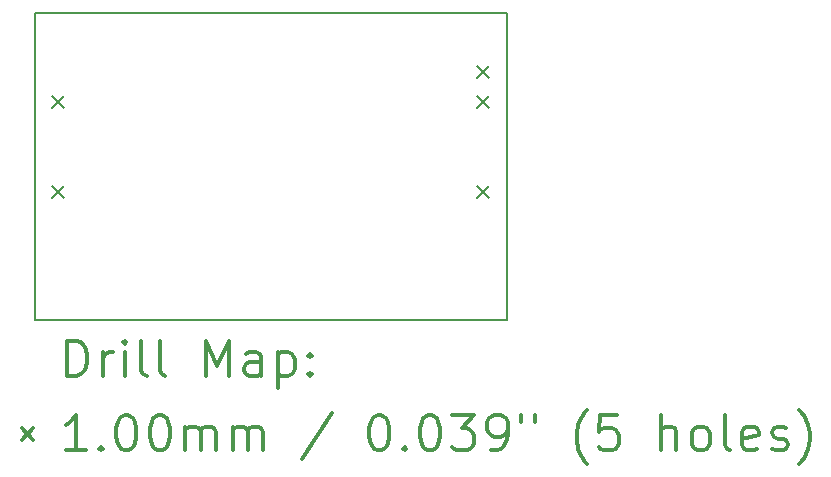
<source format=gbr>
%FSLAX45Y45*%
G04 Gerber Fmt 4.5, Leading zero omitted, Abs format (unit mm)*
G04 Created by KiCad (PCBNEW 5.0.2-bee76a0~70~ubuntu18.04.1) date Ср 05 июн 2019 16:52:32*
%MOMM*%
%LPD*%
G01*
G04 APERTURE LIST*
%ADD10C,0.200000*%
%ADD11C,0.300000*%
G04 APERTURE END LIST*
D10*
X9000000Y-10000000D02*
X5000000Y-10000000D01*
X9000000Y-7400000D02*
X9000000Y-10000000D01*
X5000000Y-7400000D02*
X9000000Y-7400000D01*
X5000000Y-10000000D02*
X5000000Y-7400000D01*
D10*
X5150000Y-8104000D02*
X5250000Y-8204000D01*
X5250000Y-8104000D02*
X5150000Y-8204000D01*
X5150000Y-8866000D02*
X5250000Y-8966000D01*
X5250000Y-8866000D02*
X5150000Y-8966000D01*
X8750000Y-8104000D02*
X8850000Y-8204000D01*
X8850000Y-8104000D02*
X8750000Y-8204000D01*
X8750000Y-8866000D02*
X8850000Y-8966000D01*
X8850000Y-8866000D02*
X8750000Y-8966000D01*
X8750000Y-7850000D02*
X8850000Y-7950000D01*
X8850000Y-7850000D02*
X8750000Y-7950000D01*
D11*
X5276428Y-10475714D02*
X5276428Y-10175714D01*
X5347857Y-10175714D01*
X5390714Y-10190000D01*
X5419286Y-10218572D01*
X5433571Y-10247143D01*
X5447857Y-10304286D01*
X5447857Y-10347143D01*
X5433571Y-10404286D01*
X5419286Y-10432857D01*
X5390714Y-10461429D01*
X5347857Y-10475714D01*
X5276428Y-10475714D01*
X5576428Y-10475714D02*
X5576428Y-10275714D01*
X5576428Y-10332857D02*
X5590714Y-10304286D01*
X5605000Y-10290000D01*
X5633571Y-10275714D01*
X5662143Y-10275714D01*
X5762143Y-10475714D02*
X5762143Y-10275714D01*
X5762143Y-10175714D02*
X5747857Y-10190000D01*
X5762143Y-10204286D01*
X5776428Y-10190000D01*
X5762143Y-10175714D01*
X5762143Y-10204286D01*
X5947857Y-10475714D02*
X5919286Y-10461429D01*
X5905000Y-10432857D01*
X5905000Y-10175714D01*
X6105000Y-10475714D02*
X6076428Y-10461429D01*
X6062143Y-10432857D01*
X6062143Y-10175714D01*
X6447857Y-10475714D02*
X6447857Y-10175714D01*
X6547857Y-10390000D01*
X6647857Y-10175714D01*
X6647857Y-10475714D01*
X6919286Y-10475714D02*
X6919286Y-10318572D01*
X6905000Y-10290000D01*
X6876428Y-10275714D01*
X6819286Y-10275714D01*
X6790714Y-10290000D01*
X6919286Y-10461429D02*
X6890714Y-10475714D01*
X6819286Y-10475714D01*
X6790714Y-10461429D01*
X6776428Y-10432857D01*
X6776428Y-10404286D01*
X6790714Y-10375714D01*
X6819286Y-10361429D01*
X6890714Y-10361429D01*
X6919286Y-10347143D01*
X7062143Y-10275714D02*
X7062143Y-10575714D01*
X7062143Y-10290000D02*
X7090714Y-10275714D01*
X7147857Y-10275714D01*
X7176428Y-10290000D01*
X7190714Y-10304286D01*
X7205000Y-10332857D01*
X7205000Y-10418572D01*
X7190714Y-10447143D01*
X7176428Y-10461429D01*
X7147857Y-10475714D01*
X7090714Y-10475714D01*
X7062143Y-10461429D01*
X7333571Y-10447143D02*
X7347857Y-10461429D01*
X7333571Y-10475714D01*
X7319286Y-10461429D01*
X7333571Y-10447143D01*
X7333571Y-10475714D01*
X7333571Y-10290000D02*
X7347857Y-10304286D01*
X7333571Y-10318572D01*
X7319286Y-10304286D01*
X7333571Y-10290000D01*
X7333571Y-10318572D01*
X4890000Y-10920000D02*
X4990000Y-11020000D01*
X4990000Y-10920000D02*
X4890000Y-11020000D01*
X5433571Y-11105714D02*
X5262143Y-11105714D01*
X5347857Y-11105714D02*
X5347857Y-10805714D01*
X5319286Y-10848572D01*
X5290714Y-10877143D01*
X5262143Y-10891429D01*
X5562143Y-11077143D02*
X5576428Y-11091429D01*
X5562143Y-11105714D01*
X5547857Y-11091429D01*
X5562143Y-11077143D01*
X5562143Y-11105714D01*
X5762143Y-10805714D02*
X5790714Y-10805714D01*
X5819286Y-10820000D01*
X5833571Y-10834286D01*
X5847857Y-10862857D01*
X5862143Y-10920000D01*
X5862143Y-10991429D01*
X5847857Y-11048572D01*
X5833571Y-11077143D01*
X5819286Y-11091429D01*
X5790714Y-11105714D01*
X5762143Y-11105714D01*
X5733571Y-11091429D01*
X5719286Y-11077143D01*
X5705000Y-11048572D01*
X5690714Y-10991429D01*
X5690714Y-10920000D01*
X5705000Y-10862857D01*
X5719286Y-10834286D01*
X5733571Y-10820000D01*
X5762143Y-10805714D01*
X6047857Y-10805714D02*
X6076428Y-10805714D01*
X6105000Y-10820000D01*
X6119286Y-10834286D01*
X6133571Y-10862857D01*
X6147857Y-10920000D01*
X6147857Y-10991429D01*
X6133571Y-11048572D01*
X6119286Y-11077143D01*
X6105000Y-11091429D01*
X6076428Y-11105714D01*
X6047857Y-11105714D01*
X6019286Y-11091429D01*
X6005000Y-11077143D01*
X5990714Y-11048572D01*
X5976428Y-10991429D01*
X5976428Y-10920000D01*
X5990714Y-10862857D01*
X6005000Y-10834286D01*
X6019286Y-10820000D01*
X6047857Y-10805714D01*
X6276428Y-11105714D02*
X6276428Y-10905714D01*
X6276428Y-10934286D02*
X6290714Y-10920000D01*
X6319286Y-10905714D01*
X6362143Y-10905714D01*
X6390714Y-10920000D01*
X6405000Y-10948572D01*
X6405000Y-11105714D01*
X6405000Y-10948572D02*
X6419286Y-10920000D01*
X6447857Y-10905714D01*
X6490714Y-10905714D01*
X6519286Y-10920000D01*
X6533571Y-10948572D01*
X6533571Y-11105714D01*
X6676428Y-11105714D02*
X6676428Y-10905714D01*
X6676428Y-10934286D02*
X6690714Y-10920000D01*
X6719286Y-10905714D01*
X6762143Y-10905714D01*
X6790714Y-10920000D01*
X6805000Y-10948572D01*
X6805000Y-11105714D01*
X6805000Y-10948572D02*
X6819286Y-10920000D01*
X6847857Y-10905714D01*
X6890714Y-10905714D01*
X6919286Y-10920000D01*
X6933571Y-10948572D01*
X6933571Y-11105714D01*
X7519286Y-10791429D02*
X7262143Y-11177143D01*
X7905000Y-10805714D02*
X7933571Y-10805714D01*
X7962143Y-10820000D01*
X7976428Y-10834286D01*
X7990714Y-10862857D01*
X8005000Y-10920000D01*
X8005000Y-10991429D01*
X7990714Y-11048572D01*
X7976428Y-11077143D01*
X7962143Y-11091429D01*
X7933571Y-11105714D01*
X7905000Y-11105714D01*
X7876428Y-11091429D01*
X7862143Y-11077143D01*
X7847857Y-11048572D01*
X7833571Y-10991429D01*
X7833571Y-10920000D01*
X7847857Y-10862857D01*
X7862143Y-10834286D01*
X7876428Y-10820000D01*
X7905000Y-10805714D01*
X8133571Y-11077143D02*
X8147857Y-11091429D01*
X8133571Y-11105714D01*
X8119286Y-11091429D01*
X8133571Y-11077143D01*
X8133571Y-11105714D01*
X8333571Y-10805714D02*
X8362143Y-10805714D01*
X8390714Y-10820000D01*
X8405000Y-10834286D01*
X8419286Y-10862857D01*
X8433571Y-10920000D01*
X8433571Y-10991429D01*
X8419286Y-11048572D01*
X8405000Y-11077143D01*
X8390714Y-11091429D01*
X8362143Y-11105714D01*
X8333571Y-11105714D01*
X8305000Y-11091429D01*
X8290714Y-11077143D01*
X8276428Y-11048572D01*
X8262143Y-10991429D01*
X8262143Y-10920000D01*
X8276428Y-10862857D01*
X8290714Y-10834286D01*
X8305000Y-10820000D01*
X8333571Y-10805714D01*
X8533571Y-10805714D02*
X8719286Y-10805714D01*
X8619286Y-10920000D01*
X8662143Y-10920000D01*
X8690714Y-10934286D01*
X8705000Y-10948572D01*
X8719286Y-10977143D01*
X8719286Y-11048572D01*
X8705000Y-11077143D01*
X8690714Y-11091429D01*
X8662143Y-11105714D01*
X8576428Y-11105714D01*
X8547857Y-11091429D01*
X8533571Y-11077143D01*
X8862143Y-11105714D02*
X8919286Y-11105714D01*
X8947857Y-11091429D01*
X8962143Y-11077143D01*
X8990714Y-11034286D01*
X9005000Y-10977143D01*
X9005000Y-10862857D01*
X8990714Y-10834286D01*
X8976428Y-10820000D01*
X8947857Y-10805714D01*
X8890714Y-10805714D01*
X8862143Y-10820000D01*
X8847857Y-10834286D01*
X8833571Y-10862857D01*
X8833571Y-10934286D01*
X8847857Y-10962857D01*
X8862143Y-10977143D01*
X8890714Y-10991429D01*
X8947857Y-10991429D01*
X8976428Y-10977143D01*
X8990714Y-10962857D01*
X9005000Y-10934286D01*
X9119286Y-10805714D02*
X9119286Y-10862857D01*
X9233571Y-10805714D02*
X9233571Y-10862857D01*
X9676428Y-11220000D02*
X9662143Y-11205714D01*
X9633571Y-11162857D01*
X9619286Y-11134286D01*
X9605000Y-11091429D01*
X9590714Y-11020000D01*
X9590714Y-10962857D01*
X9605000Y-10891429D01*
X9619286Y-10848572D01*
X9633571Y-10820000D01*
X9662143Y-10777143D01*
X9676428Y-10762857D01*
X9933571Y-10805714D02*
X9790714Y-10805714D01*
X9776428Y-10948572D01*
X9790714Y-10934286D01*
X9819286Y-10920000D01*
X9890714Y-10920000D01*
X9919286Y-10934286D01*
X9933571Y-10948572D01*
X9947857Y-10977143D01*
X9947857Y-11048572D01*
X9933571Y-11077143D01*
X9919286Y-11091429D01*
X9890714Y-11105714D01*
X9819286Y-11105714D01*
X9790714Y-11091429D01*
X9776428Y-11077143D01*
X10305000Y-11105714D02*
X10305000Y-10805714D01*
X10433571Y-11105714D02*
X10433571Y-10948572D01*
X10419286Y-10920000D01*
X10390714Y-10905714D01*
X10347857Y-10905714D01*
X10319286Y-10920000D01*
X10305000Y-10934286D01*
X10619286Y-11105714D02*
X10590714Y-11091429D01*
X10576428Y-11077143D01*
X10562143Y-11048572D01*
X10562143Y-10962857D01*
X10576428Y-10934286D01*
X10590714Y-10920000D01*
X10619286Y-10905714D01*
X10662143Y-10905714D01*
X10690714Y-10920000D01*
X10705000Y-10934286D01*
X10719286Y-10962857D01*
X10719286Y-11048572D01*
X10705000Y-11077143D01*
X10690714Y-11091429D01*
X10662143Y-11105714D01*
X10619286Y-11105714D01*
X10890714Y-11105714D02*
X10862143Y-11091429D01*
X10847857Y-11062857D01*
X10847857Y-10805714D01*
X11119286Y-11091429D02*
X11090714Y-11105714D01*
X11033571Y-11105714D01*
X11005000Y-11091429D01*
X10990714Y-11062857D01*
X10990714Y-10948572D01*
X11005000Y-10920000D01*
X11033571Y-10905714D01*
X11090714Y-10905714D01*
X11119286Y-10920000D01*
X11133571Y-10948572D01*
X11133571Y-10977143D01*
X10990714Y-11005714D01*
X11247857Y-11091429D02*
X11276428Y-11105714D01*
X11333571Y-11105714D01*
X11362143Y-11091429D01*
X11376428Y-11062857D01*
X11376428Y-11048572D01*
X11362143Y-11020000D01*
X11333571Y-11005714D01*
X11290714Y-11005714D01*
X11262143Y-10991429D01*
X11247857Y-10962857D01*
X11247857Y-10948572D01*
X11262143Y-10920000D01*
X11290714Y-10905714D01*
X11333571Y-10905714D01*
X11362143Y-10920000D01*
X11476428Y-11220000D02*
X11490714Y-11205714D01*
X11519286Y-11162857D01*
X11533571Y-11134286D01*
X11547857Y-11091429D01*
X11562143Y-11020000D01*
X11562143Y-10962857D01*
X11547857Y-10891429D01*
X11533571Y-10848572D01*
X11519286Y-10820000D01*
X11490714Y-10777143D01*
X11476428Y-10762857D01*
M02*

</source>
